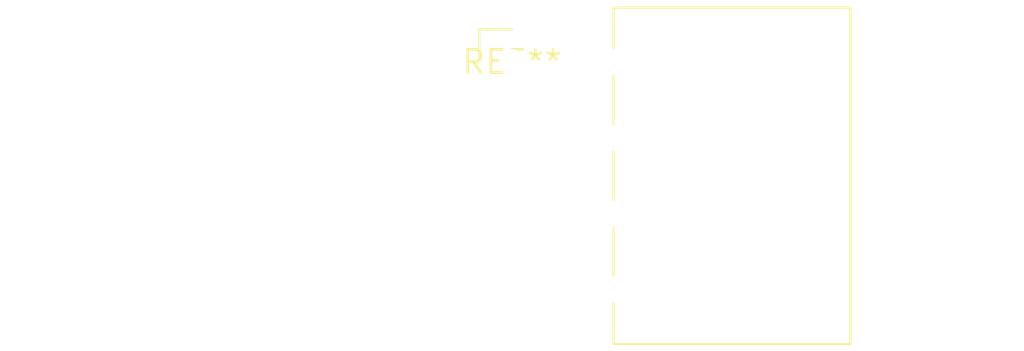
<source format=kicad_pcb>
(kicad_pcb (version 20240108) (generator pcbnew)
  (layers (0 "F.Cu" signal) (31 "B.Cu" signal) (34 "B.Paste" user) (35 "F.Paste" user) (36 "B.SilkS" user "B.Silkscreen") (37 "F.SilkS" user "F.Silkscreen") (38 "B.Mask" user) (39 "F.Mask" user) (44 "Edge.Cuts" user))
  (net 0 "")
  (footprint "TE_MATE-N-LOK_1-770970-x_2x04_P4.14mm_Horizontal" (layer "F.Cu") (at 0 0)
    (property "Reference" "REF**")
    (property "Value" "TE_MATE-N-LOK_1-770970-x_2x04_P4.14mm_Horizontal")
    (fp_line (start -1.78 -1.78) (end -1.78 0) (layer "F.SilkS") (stroke (width 0.12)))
    (fp_line (start 0 -1.78) (end -1.78 -1.78) (layer "F.SilkS") (stroke (width 0.12)))
    (fp_line (start 5.53 -2.97) (end 18.45 -2.97) (layer "F.SilkS") (stroke (width 0.12)))
    (fp_line (start 5.53 -0.751199) (end 5.53 -2.97) (layer "F.SilkS") (stroke (width 0.12)))
    (fp_line (start 5.53 0.751199) (end 5.53 3.388801) (layer "F.SilkS") (stroke (width 0.12)))
    (fp_line (start 5.53 4.891199) (end 5.53 7.528801) (layer "F.SilkS") (stroke (width 0.12)))
    (fp_line (start 5.53 9.031199) (end 5.53 11.668801) (layer "F.SilkS") (stroke (width 0.12)))
    (fp_line (start 5.53 15.39) (end 5.53 13.171199) (layer "F.SilkS") (stroke (width 0.12)))
    (fp_line (start 18.45 -2.97) (end 18.45 15.39) (layer "F.SilkS") (stroke (width 0.12)))
    (fp_line (start 18.45 15.39) (end 5.53 15.39) (layer "F.SilkS") (stroke (width 0.12)))
    (pad "" np_thru_hole circle (at 11.48 6.21) (size 3.86 3.86) (drill 3.86) (layers *.Cu *.Mask))
    (pad "1" thru_hole roundrect (at 0 0) (size 2.64 2.64) (drill 1.4) (layers *.Cu *.Mask) (remove_unused_layers) (roundrect_rratio 0.094697))
    (pad "2" thru_hole circle (at 0 4.14) (size 2.64 2.64) (drill 1.4) (layers *.Cu *.Mask) (remove_unused_layers))
    (pad "3" thru_hole circle (at 0 8.28) (size 2.64 2.64) (drill 1.4) (layers *.Cu *.Mask) (remove_unused_layers))
    (pad "4" thru_hole circle (at 0 12.42) (size 2.64 2.64) (drill 1.4) (layers *.Cu *.Mask) (remove_unused_layers))
    (pad "5" thru_hole circle (at 4.14 0) (size 2.64 2.64) (drill 1.4) (layers *.Cu *.Mask) (remove_unused_layers))
    (pad "6" thru_hole circle (at 4.14 4.14) (size 2.64 2.64) (drill 1.4) (layers *.Cu *.Mask) (remove_unused_layers))
    (pad "7" thru_hole circle (at 4.14 8.28) (size 2.64 2.64) (drill 1.4) (layers *.Cu *.Mask) (remove_unused_layers))
    (pad "8" thru_hole circle (at 4.14 12.42) (size 2.64 2.64) (drill 1.4) (layers *.Cu *.Mask) (remove_unused_layers))
  )
)
</source>
